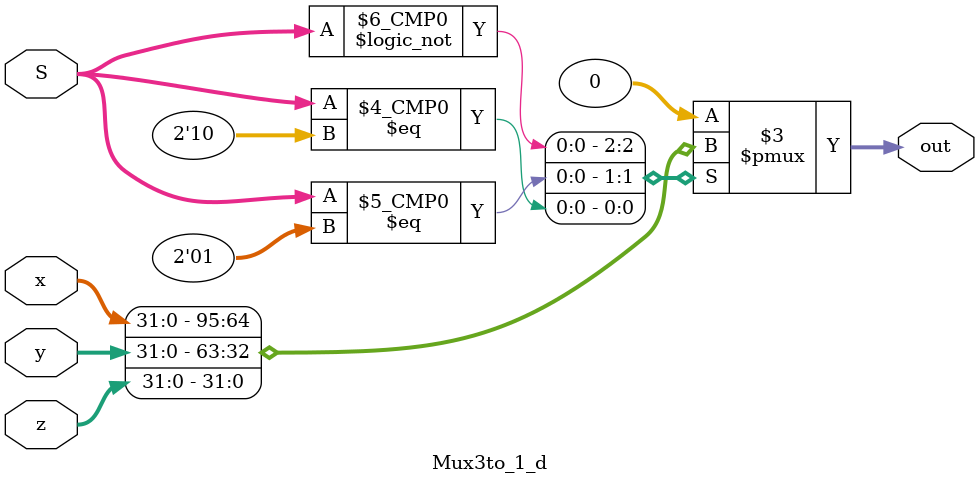
<source format=v>
module Mux3to_1_d(x,y,z,S,out);
		parameter n = 32 ;
		input [n-1:0]x,y,z;
		input [1:0]S;
		output reg[n-1:0] out;
		
		always@(*)begin
			case(S)
			2'b00 : out = x;
			2'b01 : out = y;
			2'b10 : out = z ;
			default : out = 32'd0 ;
			endcase
		end
		
		
		
endmodule



</source>
